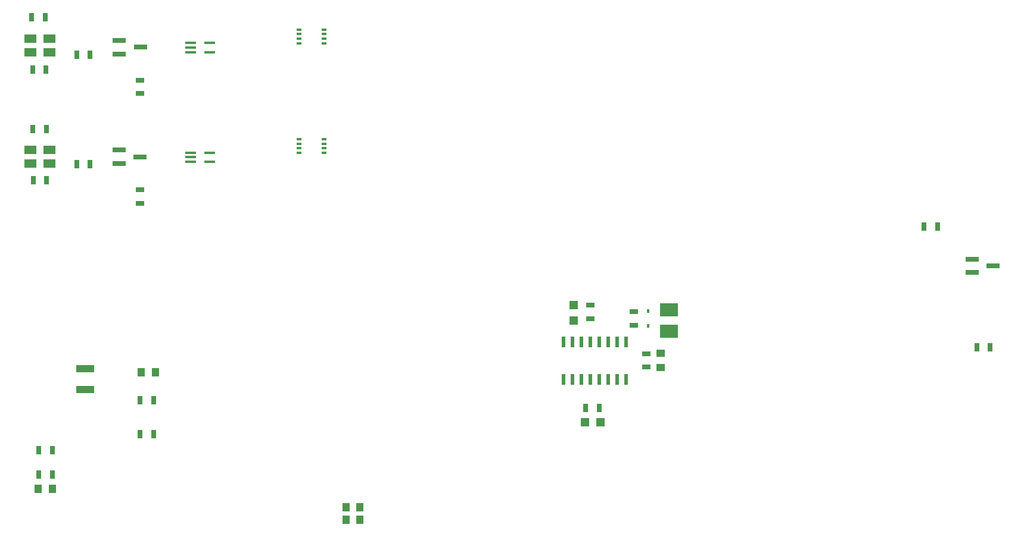
<source format=gbr>
G04 #@! TF.FileFunction,Paste,Bot*
%FSLAX46Y46*%
G04 Gerber Fmt 4.6, Leading zero omitted, Abs format (unit mm)*
G04 Created by KiCad (PCBNEW 4.0.4+e1-6308~48~ubuntu15.10.1-stable) date Fri Apr 13 08:08:00 2018*
%MOMM*%
%LPD*%
G01*
G04 APERTURE LIST*
%ADD10C,0.100000*%
%ADD11R,1.700000X1.300000*%
%ADD12R,0.750000X0.350000*%
%ADD13R,1.500000X0.400000*%
%ADD14R,1.900000X0.800000*%
%ADD15R,1.000000X1.250000*%
%ADD16R,0.700000X1.300000*%
%ADD17R,1.300000X0.700000*%
%ADD18R,2.500000X1.000000*%
%ADD19R,2.500000X1.950000*%
%ADD20R,1.250000X1.000000*%
%ADD21R,0.450000X0.600000*%
%ADD22R,1.200000X1.200000*%
%ADD23R,0.600000X1.500000*%
G04 APERTURE END LIST*
D10*
D11*
X50480840Y-43924000D03*
X50480840Y-45874000D03*
X53180840Y-45874000D03*
X53180840Y-43924000D03*
D12*
X88597240Y-42615840D03*
X88597240Y-43265840D03*
X88597240Y-43915840D03*
X88597240Y-44565840D03*
X92197240Y-42615840D03*
X92197240Y-43265840D03*
X92197240Y-44565840D03*
X92197240Y-43915840D03*
X88597240Y-58215840D03*
X88597240Y-58865840D03*
X88597240Y-59515840D03*
X88597240Y-60165840D03*
X92197240Y-58215840D03*
X92197240Y-58865840D03*
X92197240Y-60165840D03*
X92197240Y-59515840D03*
D11*
X50450000Y-59750000D03*
X50450000Y-61700000D03*
X53150000Y-61700000D03*
X53150000Y-59750000D03*
D13*
X73267240Y-61440840D03*
X73267240Y-60790840D03*
X73267240Y-60140840D03*
X75927240Y-60140840D03*
X75927240Y-61440840D03*
X73267240Y-45840840D03*
X73267240Y-45190840D03*
X73267240Y-44540840D03*
X75927240Y-44540840D03*
X75927240Y-45840840D03*
D14*
X63040000Y-61680000D03*
X63040000Y-59780000D03*
X66040000Y-60730000D03*
X63090000Y-46090000D03*
X63090000Y-44190000D03*
X66090000Y-45140000D03*
X184270000Y-77210000D03*
X184270000Y-75310000D03*
X187270000Y-76260000D03*
D15*
X66200000Y-91400000D03*
X68200000Y-91400000D03*
X53557640Y-108000800D03*
X51557640Y-108000800D03*
X95296440Y-112420400D03*
X97296440Y-112420400D03*
X95296440Y-110591600D03*
X97296440Y-110591600D03*
D16*
X52550000Y-40900000D03*
X50650000Y-40900000D03*
X52700000Y-56750000D03*
X50800000Y-56750000D03*
X57047240Y-61790840D03*
X58947240Y-61790840D03*
X57047240Y-46190840D03*
X58947240Y-46190840D03*
D17*
X65997240Y-67340840D03*
X65997240Y-65440840D03*
X65997240Y-51740840D03*
X65997240Y-49840840D03*
D16*
X66050000Y-95400000D03*
X67950000Y-95400000D03*
X67950000Y-100200000D03*
X66050000Y-100200000D03*
X53550000Y-106000000D03*
X51650000Y-106000000D03*
X51650000Y-102500000D03*
X53550000Y-102500000D03*
X184977240Y-87820840D03*
X186877240Y-87820840D03*
X179377240Y-70630840D03*
X177477240Y-70630840D03*
X52750000Y-64100000D03*
X50850000Y-64100000D03*
X52650000Y-48300000D03*
X50750000Y-48300000D03*
D18*
X58280000Y-90900000D03*
X58280000Y-93900000D03*
D19*
X141203640Y-82549000D03*
X141203640Y-85599000D03*
D20*
X140035240Y-88712800D03*
X140035240Y-90712800D03*
D21*
X138257240Y-84819200D03*
X138257240Y-82719200D03*
D22*
X131483240Y-98501200D03*
X129283240Y-98501200D03*
X127690840Y-84056400D03*
X127690840Y-81856400D03*
D17*
X136225240Y-84719200D03*
X136225240Y-82819200D03*
D16*
X129382440Y-96520000D03*
X131282440Y-96520000D03*
D17*
X138003240Y-90662800D03*
X138003240Y-88762800D03*
X130078440Y-81854000D03*
X130078440Y-83754000D03*
D23*
X135133040Y-92463600D03*
X133863040Y-92463600D03*
X132593040Y-92463600D03*
X131323040Y-92463600D03*
X130053040Y-92463600D03*
X128783040Y-92463600D03*
X127513040Y-92463600D03*
X126243040Y-92463600D03*
X126243040Y-87063600D03*
X127513040Y-87063600D03*
X128783040Y-87063600D03*
X130053040Y-87063600D03*
X131323040Y-87063600D03*
X132593040Y-87063600D03*
X133863040Y-87063600D03*
X135133040Y-87063600D03*
M02*

</source>
